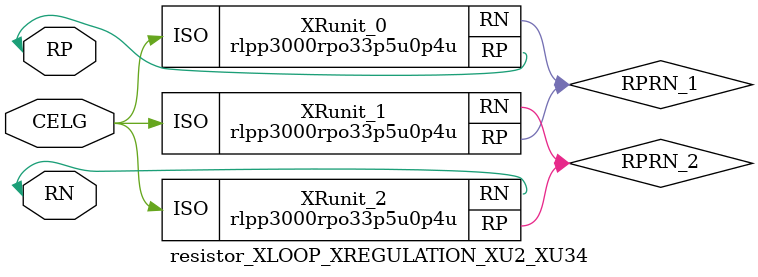
<source format=v>

module rlpp3000rpo33p5u0p4u (RP, RN, ISO);
inout RP;
inout RN;
input ISO;
endmodule

//Celera Confidential Do Not Copy resistor_XLOOP_XREGULATION_XU2_XU34
//Celera Confidential Symbol Generator
//RESISTOR:1000KOhm TYPE:poly DFT:no
module resistor_XLOOP_XREGULATION_XU2_XU34 (RP,
CELG,
RN);
inout RP;
inout RN;
input CELG;

//Celera Confidential Do Not Copy Runit
rlpp3000rpo33p5u0p4u XRunit_0(
.RP (RP),
.RN (RPRN_1),
.ISO (CELG)
);
rlpp3000rpo33p5u0p4u XRunit_1(
.RP (RPRN_1),
.RN (RPRN_2),
.ISO (CELG)
);
rlpp3000rpo33p5u0p4u XRunit_2(
.RP (RPRN_2),
.RN (RN),
.ISO (CELG)
);

//Celera Confidential Do Not Copy //DieSize,rlpp3000rpo33p5u0p4u

//Die Size Calculator rlpp3000rpo33p5u0p4u
//,diesize,rlpp3000rpo33p5u0p4u,3

//Celera Confidential Do Not Copy Module End
//Celera Schematic Generator
endmodule

</source>
